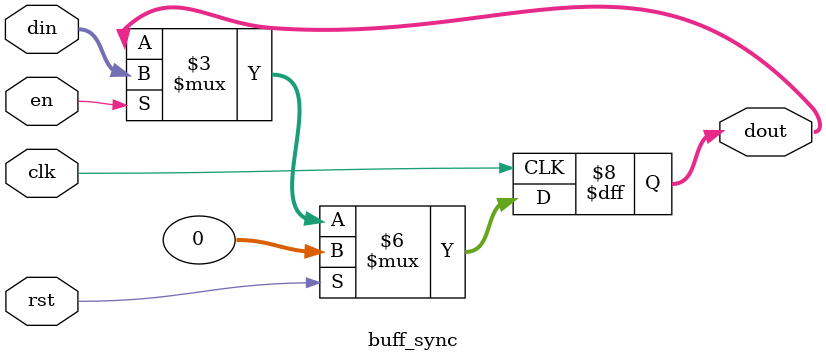
<source format=sv>
module buff_sync #(
    Width = 32
) (
    input logic clk,en,rst,
    input logic [Width-1:0]din,
    output logic [Width-1:0]dout    
);
    always_ff @( posedge clk ) begin 
        if (rst)
            dout <= 0;
        else if (en) begin
            dout <= din;
        end
        else begin
            dout<= dout;
        end
    end
    
endmodule
</source>
